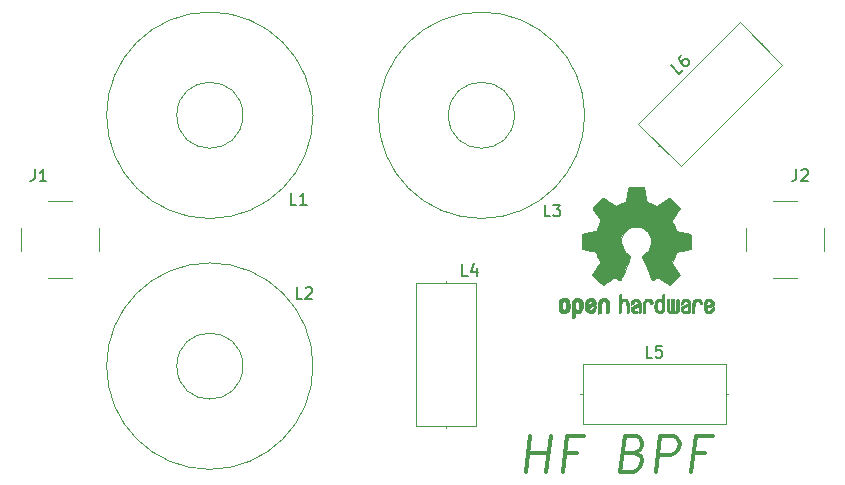
<source format=gto>
G04 #@! TF.FileFunction,Legend,Top*
%FSLAX46Y46*%
G04 Gerber Fmt 4.6, Leading zero omitted, Abs format (unit mm)*
G04 Created by KiCad (PCBNEW 4.0.7-e2-6376~61~ubuntu18.04.1) date Thu Feb 13 11:23:38 2020*
%MOMM*%
%LPD*%
G01*
G04 APERTURE LIST*
%ADD10C,0.100000*%
%ADD11C,0.300000*%
%ADD12C,0.120000*%
%ADD13C,0.010000*%
%ADD14C,0.150000*%
G04 APERTURE END LIST*
D10*
D11*
X103758929Y-130557143D02*
X104133929Y-127557143D01*
X103955358Y-128985714D02*
X105669643Y-128985714D01*
X105473214Y-130557143D02*
X105848214Y-127557143D01*
X108098215Y-128985714D02*
X107098215Y-128985714D01*
X106901786Y-130557143D02*
X107276786Y-127557143D01*
X108705357Y-127557143D01*
X112955358Y-128985714D02*
X113366072Y-129128571D01*
X113491071Y-129271429D01*
X113598214Y-129557143D01*
X113544643Y-129985714D01*
X113366071Y-130271429D01*
X113205357Y-130414286D01*
X112901786Y-130557143D01*
X111758929Y-130557143D01*
X112133929Y-127557143D01*
X113133929Y-127557143D01*
X113401786Y-127700000D01*
X113526786Y-127842857D01*
X113633929Y-128128571D01*
X113598214Y-128414286D01*
X113419643Y-128700000D01*
X113258929Y-128842857D01*
X112955358Y-128985714D01*
X111955358Y-128985714D01*
X114758929Y-130557143D02*
X115133929Y-127557143D01*
X116276786Y-127557143D01*
X116544643Y-127700000D01*
X116669643Y-127842857D01*
X116776786Y-128128571D01*
X116723214Y-128557143D01*
X116544643Y-128842857D01*
X116383929Y-128985714D01*
X116080358Y-129128571D01*
X114937501Y-129128571D01*
X118955358Y-128985714D02*
X117955358Y-128985714D01*
X117758929Y-130557143D02*
X118133929Y-127557143D01*
X119562500Y-127557143D01*
D12*
X99560000Y-114560000D02*
X94440000Y-114560000D01*
X94440000Y-114560000D02*
X94440000Y-126680000D01*
X94440000Y-126680000D02*
X99560000Y-126680000D01*
X99560000Y-126680000D02*
X99560000Y-114560000D01*
X97000000Y-114380000D02*
X97000000Y-114560000D01*
X97000000Y-126860000D02*
X97000000Y-126680000D01*
X85740000Y-100380000D02*
G75*
G03X85740000Y-100380000I-8740000J0D01*
G01*
X79793333Y-100380000D02*
G75*
G03X79793333Y-100380000I-2793333J0D01*
G01*
X63300000Y-107600000D02*
X65300000Y-107600000D01*
X63300000Y-114200000D02*
X65300000Y-114200000D01*
X67600000Y-109900000D02*
X67600000Y-111900000D01*
X61000000Y-109900000D02*
X61000000Y-111900000D01*
X124700000Y-107600000D02*
X126700000Y-107600000D01*
X124700000Y-114200000D02*
X126700000Y-114200000D01*
X129000000Y-109900000D02*
X129000000Y-111900000D01*
X122400000Y-109900000D02*
X122400000Y-111900000D01*
X85740000Y-121620000D02*
G75*
G03X85740000Y-121620000I-8740000J0D01*
G01*
X79793333Y-121620000D02*
G75*
G03X79793333Y-121620000I-2793333J0D01*
G01*
X108740000Y-100380000D02*
G75*
G03X108740000Y-100380000I-8740000J0D01*
G01*
X102793333Y-100380000D02*
G75*
G03X102793333Y-100380000I-2793333J0D01*
G01*
X108560000Y-121440000D02*
X108560000Y-126560000D01*
X108560000Y-126560000D02*
X120680000Y-126560000D01*
X120680000Y-126560000D02*
X120680000Y-121440000D01*
X120680000Y-121440000D02*
X108560000Y-121440000D01*
X108380000Y-124000000D02*
X108560000Y-124000000D01*
X120860000Y-124000000D02*
X120680000Y-124000000D01*
X113292893Y-101086720D02*
X116913280Y-104707107D01*
X116913280Y-104707107D02*
X125483414Y-96136973D01*
X125483414Y-96136973D02*
X121863027Y-92516586D01*
X121863027Y-92516586D02*
X113292893Y-101086720D01*
X114975807Y-103024193D02*
X115103087Y-102896913D01*
X123800500Y-94199500D02*
X123673221Y-94326779D01*
D13*
G36*
X108271900Y-115861903D02*
X108383450Y-115917522D01*
X108481908Y-116019931D01*
X108509023Y-116057864D01*
X108538562Y-116107500D01*
X108557728Y-116161412D01*
X108568693Y-116233364D01*
X108573629Y-116337122D01*
X108574713Y-116474101D01*
X108569818Y-116661815D01*
X108552804Y-116802758D01*
X108520177Y-116907908D01*
X108468442Y-116988243D01*
X108394104Y-117054741D01*
X108388642Y-117058678D01*
X108315380Y-117098953D01*
X108227160Y-117118880D01*
X108114962Y-117123793D01*
X107932567Y-117123793D01*
X107932491Y-117300857D01*
X107930793Y-117399470D01*
X107920450Y-117457314D01*
X107893422Y-117492006D01*
X107841668Y-117521164D01*
X107829239Y-117527121D01*
X107771077Y-117555039D01*
X107726044Y-117572672D01*
X107692559Y-117574194D01*
X107669038Y-117553781D01*
X107653900Y-117505607D01*
X107645563Y-117423846D01*
X107642444Y-117302672D01*
X107642960Y-117136260D01*
X107645529Y-116918785D01*
X107646332Y-116853736D01*
X107649222Y-116629502D01*
X107651812Y-116482821D01*
X107932414Y-116482821D01*
X107933991Y-116607326D01*
X107941000Y-116688787D01*
X107956858Y-116742515D01*
X107984981Y-116783823D01*
X108004075Y-116803971D01*
X108082135Y-116862921D01*
X108151247Y-116867720D01*
X108222560Y-116819038D01*
X108224368Y-116817241D01*
X108253383Y-116779618D01*
X108271033Y-116728484D01*
X108279936Y-116649738D01*
X108282709Y-116529276D01*
X108282759Y-116502588D01*
X108276058Y-116336583D01*
X108254248Y-116221505D01*
X108214765Y-116151254D01*
X108155044Y-116119729D01*
X108120528Y-116116552D01*
X108038611Y-116131460D01*
X107982421Y-116180548D01*
X107948598Y-116270362D01*
X107933780Y-116407445D01*
X107932414Y-116482821D01*
X107651812Y-116482821D01*
X107652287Y-116455952D01*
X107656247Y-116325382D01*
X107661826Y-116230087D01*
X107669746Y-116162364D01*
X107680731Y-116114507D01*
X107695501Y-116078813D01*
X107714782Y-116047578D01*
X107723049Y-116035824D01*
X107832712Y-115924797D01*
X107971365Y-115861847D01*
X108131754Y-115844297D01*
X108271900Y-115861903D01*
X108271900Y-115861903D01*
G37*
X108271900Y-115861903D02*
X108383450Y-115917522D01*
X108481908Y-116019931D01*
X108509023Y-116057864D01*
X108538562Y-116107500D01*
X108557728Y-116161412D01*
X108568693Y-116233364D01*
X108573629Y-116337122D01*
X108574713Y-116474101D01*
X108569818Y-116661815D01*
X108552804Y-116802758D01*
X108520177Y-116907908D01*
X108468442Y-116988243D01*
X108394104Y-117054741D01*
X108388642Y-117058678D01*
X108315380Y-117098953D01*
X108227160Y-117118880D01*
X108114962Y-117123793D01*
X107932567Y-117123793D01*
X107932491Y-117300857D01*
X107930793Y-117399470D01*
X107920450Y-117457314D01*
X107893422Y-117492006D01*
X107841668Y-117521164D01*
X107829239Y-117527121D01*
X107771077Y-117555039D01*
X107726044Y-117572672D01*
X107692559Y-117574194D01*
X107669038Y-117553781D01*
X107653900Y-117505607D01*
X107645563Y-117423846D01*
X107642444Y-117302672D01*
X107642960Y-117136260D01*
X107645529Y-116918785D01*
X107646332Y-116853736D01*
X107649222Y-116629502D01*
X107651812Y-116482821D01*
X107932414Y-116482821D01*
X107933991Y-116607326D01*
X107941000Y-116688787D01*
X107956858Y-116742515D01*
X107984981Y-116783823D01*
X108004075Y-116803971D01*
X108082135Y-116862921D01*
X108151247Y-116867720D01*
X108222560Y-116819038D01*
X108224368Y-116817241D01*
X108253383Y-116779618D01*
X108271033Y-116728484D01*
X108279936Y-116649738D01*
X108282709Y-116529276D01*
X108282759Y-116502588D01*
X108276058Y-116336583D01*
X108254248Y-116221505D01*
X108214765Y-116151254D01*
X108155044Y-116119729D01*
X108120528Y-116116552D01*
X108038611Y-116131460D01*
X107982421Y-116180548D01*
X107948598Y-116270362D01*
X107933780Y-116407445D01*
X107932414Y-116482821D01*
X107651812Y-116482821D01*
X107652287Y-116455952D01*
X107656247Y-116325382D01*
X107661826Y-116230087D01*
X107669746Y-116162364D01*
X107680731Y-116114507D01*
X107695501Y-116078813D01*
X107714782Y-116047578D01*
X107723049Y-116035824D01*
X107832712Y-115924797D01*
X107971365Y-115861847D01*
X108131754Y-115844297D01*
X108271900Y-115861903D01*
G36*
X110517429Y-115877719D02*
X110611123Y-115931914D01*
X110676264Y-115985707D01*
X110723907Y-116042066D01*
X110756728Y-116110987D01*
X110777406Y-116202468D01*
X110788620Y-116326506D01*
X110793049Y-116493098D01*
X110793563Y-116612851D01*
X110793563Y-117053659D01*
X110669483Y-117109283D01*
X110545402Y-117164907D01*
X110530805Y-116682095D01*
X110524773Y-116501779D01*
X110518445Y-116370901D01*
X110510606Y-116280511D01*
X110500037Y-116221664D01*
X110485523Y-116185413D01*
X110465848Y-116162810D01*
X110459535Y-116157917D01*
X110363888Y-116119706D01*
X110267207Y-116134827D01*
X110209655Y-116174943D01*
X110186245Y-116203370D01*
X110170039Y-116240672D01*
X110159741Y-116297223D01*
X110154049Y-116383394D01*
X110151664Y-116509558D01*
X110151264Y-116641042D01*
X110151186Y-116805999D01*
X110148361Y-116922761D01*
X110138907Y-117001510D01*
X110118940Y-117052431D01*
X110084576Y-117085706D01*
X110031932Y-117111520D01*
X109961617Y-117138344D01*
X109884820Y-117167542D01*
X109893962Y-116649346D01*
X109897643Y-116462539D01*
X109901950Y-116324490D01*
X109908123Y-116225568D01*
X109917402Y-116156145D01*
X109931027Y-116106590D01*
X109950239Y-116067273D01*
X109973402Y-116032584D01*
X110085152Y-115921770D01*
X110221513Y-115857689D01*
X110369825Y-115842339D01*
X110517429Y-115877719D01*
X110517429Y-115877719D01*
G37*
X110517429Y-115877719D02*
X110611123Y-115931914D01*
X110676264Y-115985707D01*
X110723907Y-116042066D01*
X110756728Y-116110987D01*
X110777406Y-116202468D01*
X110788620Y-116326506D01*
X110793049Y-116493098D01*
X110793563Y-116612851D01*
X110793563Y-117053659D01*
X110669483Y-117109283D01*
X110545402Y-117164907D01*
X110530805Y-116682095D01*
X110524773Y-116501779D01*
X110518445Y-116370901D01*
X110510606Y-116280511D01*
X110500037Y-116221664D01*
X110485523Y-116185413D01*
X110465848Y-116162810D01*
X110459535Y-116157917D01*
X110363888Y-116119706D01*
X110267207Y-116134827D01*
X110209655Y-116174943D01*
X110186245Y-116203370D01*
X110170039Y-116240672D01*
X110159741Y-116297223D01*
X110154049Y-116383394D01*
X110151664Y-116509558D01*
X110151264Y-116641042D01*
X110151186Y-116805999D01*
X110148361Y-116922761D01*
X110138907Y-117001510D01*
X110118940Y-117052431D01*
X110084576Y-117085706D01*
X110031932Y-117111520D01*
X109961617Y-117138344D01*
X109884820Y-117167542D01*
X109893962Y-116649346D01*
X109897643Y-116462539D01*
X109901950Y-116324490D01*
X109908123Y-116225568D01*
X109917402Y-116156145D01*
X109931027Y-116106590D01*
X109950239Y-116067273D01*
X109973402Y-116032584D01*
X110085152Y-115921770D01*
X110221513Y-115857689D01*
X110369825Y-115842339D01*
X110517429Y-115877719D01*
G36*
X107148221Y-115866015D02*
X107285061Y-115937968D01*
X107386051Y-116053766D01*
X107421925Y-116128213D01*
X107449839Y-116239992D01*
X107464129Y-116381227D01*
X107465484Y-116535371D01*
X107454595Y-116685879D01*
X107432153Y-116816205D01*
X107398850Y-116909803D01*
X107388615Y-116925922D01*
X107267382Y-117046249D01*
X107123387Y-117118317D01*
X106967139Y-117139408D01*
X106809148Y-117106802D01*
X106765180Y-117087253D01*
X106679556Y-117027012D01*
X106604408Y-116947135D01*
X106597306Y-116937004D01*
X106568439Y-116888181D01*
X106549357Y-116835990D01*
X106538084Y-116767285D01*
X106532645Y-116668918D01*
X106531062Y-116527744D01*
X106531035Y-116496092D01*
X106531107Y-116486019D01*
X106822989Y-116486019D01*
X106824687Y-116619256D01*
X106831372Y-116707674D01*
X106845425Y-116764785D01*
X106869229Y-116804102D01*
X106881379Y-116817241D01*
X106951236Y-116867172D01*
X107019059Y-116864895D01*
X107087635Y-116821584D01*
X107128535Y-116775346D01*
X107152758Y-116707857D01*
X107166361Y-116601433D01*
X107167294Y-116589020D01*
X107169616Y-116396147D01*
X107145350Y-116252900D01*
X107094824Y-116160160D01*
X107018368Y-116118807D01*
X106991076Y-116116552D01*
X106919411Y-116127893D01*
X106870390Y-116167184D01*
X106840418Y-116242326D01*
X106825899Y-116361222D01*
X106822989Y-116486019D01*
X106531107Y-116486019D01*
X106532122Y-116345659D01*
X106536688Y-116240549D01*
X106546688Y-116167714D01*
X106564079Y-116114108D01*
X106590816Y-116066681D01*
X106596724Y-116057864D01*
X106696032Y-115939007D01*
X106804242Y-115870008D01*
X106935981Y-115842619D01*
X106980717Y-115841281D01*
X107148221Y-115866015D01*
X107148221Y-115866015D01*
G37*
X107148221Y-115866015D02*
X107285061Y-115937968D01*
X107386051Y-116053766D01*
X107421925Y-116128213D01*
X107449839Y-116239992D01*
X107464129Y-116381227D01*
X107465484Y-116535371D01*
X107454595Y-116685879D01*
X107432153Y-116816205D01*
X107398850Y-116909803D01*
X107388615Y-116925922D01*
X107267382Y-117046249D01*
X107123387Y-117118317D01*
X106967139Y-117139408D01*
X106809148Y-117106802D01*
X106765180Y-117087253D01*
X106679556Y-117027012D01*
X106604408Y-116947135D01*
X106597306Y-116937004D01*
X106568439Y-116888181D01*
X106549357Y-116835990D01*
X106538084Y-116767285D01*
X106532645Y-116668918D01*
X106531062Y-116527744D01*
X106531035Y-116496092D01*
X106531107Y-116486019D01*
X106822989Y-116486019D01*
X106824687Y-116619256D01*
X106831372Y-116707674D01*
X106845425Y-116764785D01*
X106869229Y-116804102D01*
X106881379Y-116817241D01*
X106951236Y-116867172D01*
X107019059Y-116864895D01*
X107087635Y-116821584D01*
X107128535Y-116775346D01*
X107152758Y-116707857D01*
X107166361Y-116601433D01*
X107167294Y-116589020D01*
X107169616Y-116396147D01*
X107145350Y-116252900D01*
X107094824Y-116160160D01*
X107018368Y-116118807D01*
X106991076Y-116116552D01*
X106919411Y-116127893D01*
X106870390Y-116167184D01*
X106840418Y-116242326D01*
X106825899Y-116361222D01*
X106822989Y-116486019D01*
X106531107Y-116486019D01*
X106532122Y-116345659D01*
X106536688Y-116240549D01*
X106546688Y-116167714D01*
X106564079Y-116114108D01*
X106590816Y-116066681D01*
X106596724Y-116057864D01*
X106696032Y-115939007D01*
X106804242Y-115870008D01*
X106935981Y-115842619D01*
X106980717Y-115841281D01*
X107148221Y-115866015D01*
G36*
X109415552Y-115884676D02*
X109530658Y-115962111D01*
X109619611Y-116073949D01*
X109672749Y-116216265D01*
X109683497Y-116321015D01*
X109682276Y-116364726D01*
X109672056Y-116398194D01*
X109643961Y-116428179D01*
X109589116Y-116461440D01*
X109498645Y-116504738D01*
X109363672Y-116564833D01*
X109362989Y-116565134D01*
X109238751Y-116622037D01*
X109136873Y-116672565D01*
X109067767Y-116711280D01*
X109041846Y-116732740D01*
X109041839Y-116732913D01*
X109064685Y-116779644D01*
X109118109Y-116831154D01*
X109179442Y-116868261D01*
X109210515Y-116875632D01*
X109295289Y-116850138D01*
X109368293Y-116786291D01*
X109403913Y-116716094D01*
X109438180Y-116664343D01*
X109505303Y-116605409D01*
X109584208Y-116554496D01*
X109653821Y-116526809D01*
X109668377Y-116525287D01*
X109684763Y-116550321D01*
X109685750Y-116614311D01*
X109673708Y-116700593D01*
X109651007Y-116792501D01*
X109620014Y-116873369D01*
X109618448Y-116876509D01*
X109525181Y-117006734D01*
X109404304Y-117095311D01*
X109267027Y-117138786D01*
X109124560Y-117133706D01*
X108988112Y-117076616D01*
X108982045Y-117072602D01*
X108874710Y-116975326D01*
X108804132Y-116848409D01*
X108765074Y-116681526D01*
X108759832Y-116634639D01*
X108750548Y-116413329D01*
X108761678Y-116310124D01*
X109041839Y-116310124D01*
X109045479Y-116374503D01*
X109065389Y-116393291D01*
X109115026Y-116379235D01*
X109193267Y-116346009D01*
X109280726Y-116304359D01*
X109282899Y-116303256D01*
X109357030Y-116264265D01*
X109386781Y-116238244D01*
X109379445Y-116210965D01*
X109348553Y-116175121D01*
X109269960Y-116123251D01*
X109185323Y-116119439D01*
X109109403Y-116157189D01*
X109056965Y-116230001D01*
X109041839Y-116310124D01*
X108761678Y-116310124D01*
X108769644Y-116236261D01*
X108818634Y-116095829D01*
X108886836Y-115997447D01*
X109009935Y-115898030D01*
X109145528Y-115848711D01*
X109283955Y-115845568D01*
X109415552Y-115884676D01*
X109415552Y-115884676D01*
G37*
X109415552Y-115884676D02*
X109530658Y-115962111D01*
X109619611Y-116073949D01*
X109672749Y-116216265D01*
X109683497Y-116321015D01*
X109682276Y-116364726D01*
X109672056Y-116398194D01*
X109643961Y-116428179D01*
X109589116Y-116461440D01*
X109498645Y-116504738D01*
X109363672Y-116564833D01*
X109362989Y-116565134D01*
X109238751Y-116622037D01*
X109136873Y-116672565D01*
X109067767Y-116711280D01*
X109041846Y-116732740D01*
X109041839Y-116732913D01*
X109064685Y-116779644D01*
X109118109Y-116831154D01*
X109179442Y-116868261D01*
X109210515Y-116875632D01*
X109295289Y-116850138D01*
X109368293Y-116786291D01*
X109403913Y-116716094D01*
X109438180Y-116664343D01*
X109505303Y-116605409D01*
X109584208Y-116554496D01*
X109653821Y-116526809D01*
X109668377Y-116525287D01*
X109684763Y-116550321D01*
X109685750Y-116614311D01*
X109673708Y-116700593D01*
X109651007Y-116792501D01*
X109620014Y-116873369D01*
X109618448Y-116876509D01*
X109525181Y-117006734D01*
X109404304Y-117095311D01*
X109267027Y-117138786D01*
X109124560Y-117133706D01*
X108988112Y-117076616D01*
X108982045Y-117072602D01*
X108874710Y-116975326D01*
X108804132Y-116848409D01*
X108765074Y-116681526D01*
X108759832Y-116634639D01*
X108750548Y-116413329D01*
X108761678Y-116310124D01*
X109041839Y-116310124D01*
X109045479Y-116374503D01*
X109065389Y-116393291D01*
X109115026Y-116379235D01*
X109193267Y-116346009D01*
X109280726Y-116304359D01*
X109282899Y-116303256D01*
X109357030Y-116264265D01*
X109386781Y-116238244D01*
X109379445Y-116210965D01*
X109348553Y-116175121D01*
X109269960Y-116123251D01*
X109185323Y-116119439D01*
X109109403Y-116157189D01*
X109056965Y-116230001D01*
X109041839Y-116310124D01*
X108761678Y-116310124D01*
X108769644Y-116236261D01*
X108818634Y-116095829D01*
X108886836Y-115997447D01*
X109009935Y-115898030D01*
X109145528Y-115848711D01*
X109283955Y-115845568D01*
X109415552Y-115884676D01*
G36*
X111844598Y-115723857D02*
X111853154Y-115843188D01*
X111862981Y-115913506D01*
X111876599Y-115944179D01*
X111896527Y-115944571D01*
X111902989Y-115940910D01*
X111988940Y-115914398D01*
X112100745Y-115915946D01*
X112214414Y-115943199D01*
X112285510Y-115978455D01*
X112358405Y-116034778D01*
X112411693Y-116098519D01*
X112448275Y-116179510D01*
X112471050Y-116287586D01*
X112482919Y-116432580D01*
X112486782Y-116624326D01*
X112486851Y-116661109D01*
X112486897Y-117074288D01*
X112394954Y-117106339D01*
X112329652Y-117128144D01*
X112293824Y-117138297D01*
X112292770Y-117138391D01*
X112289242Y-117110860D01*
X112286239Y-117034923D01*
X112283990Y-116920565D01*
X112282724Y-116777769D01*
X112282529Y-116690951D01*
X112282123Y-116519773D01*
X112280032Y-116397088D01*
X112274947Y-116313000D01*
X112265560Y-116257614D01*
X112250561Y-116221032D01*
X112228642Y-116193359D01*
X112214957Y-116180032D01*
X112120949Y-116126328D01*
X112018364Y-116122307D01*
X111925290Y-116167725D01*
X111908078Y-116184123D01*
X111882832Y-116214957D01*
X111865320Y-116251531D01*
X111854142Y-116304415D01*
X111847896Y-116384177D01*
X111845182Y-116501385D01*
X111844598Y-116662991D01*
X111844598Y-117074288D01*
X111752655Y-117106339D01*
X111687353Y-117128144D01*
X111651525Y-117138297D01*
X111650471Y-117138391D01*
X111647775Y-117110448D01*
X111645345Y-117031630D01*
X111643278Y-116909453D01*
X111641671Y-116751432D01*
X111640623Y-116565083D01*
X111640231Y-116357920D01*
X111640230Y-116348706D01*
X111640230Y-115559020D01*
X111735115Y-115518997D01*
X111830000Y-115478973D01*
X111844598Y-115723857D01*
X111844598Y-115723857D01*
G37*
X111844598Y-115723857D02*
X111853154Y-115843188D01*
X111862981Y-115913506D01*
X111876599Y-115944179D01*
X111896527Y-115944571D01*
X111902989Y-115940910D01*
X111988940Y-115914398D01*
X112100745Y-115915946D01*
X112214414Y-115943199D01*
X112285510Y-115978455D01*
X112358405Y-116034778D01*
X112411693Y-116098519D01*
X112448275Y-116179510D01*
X112471050Y-116287586D01*
X112482919Y-116432580D01*
X112486782Y-116624326D01*
X112486851Y-116661109D01*
X112486897Y-117074288D01*
X112394954Y-117106339D01*
X112329652Y-117128144D01*
X112293824Y-117138297D01*
X112292770Y-117138391D01*
X112289242Y-117110860D01*
X112286239Y-117034923D01*
X112283990Y-116920565D01*
X112282724Y-116777769D01*
X112282529Y-116690951D01*
X112282123Y-116519773D01*
X112280032Y-116397088D01*
X112274947Y-116313000D01*
X112265560Y-116257614D01*
X112250561Y-116221032D01*
X112228642Y-116193359D01*
X112214957Y-116180032D01*
X112120949Y-116126328D01*
X112018364Y-116122307D01*
X111925290Y-116167725D01*
X111908078Y-116184123D01*
X111882832Y-116214957D01*
X111865320Y-116251531D01*
X111854142Y-116304415D01*
X111847896Y-116384177D01*
X111845182Y-116501385D01*
X111844598Y-116662991D01*
X111844598Y-117074288D01*
X111752655Y-117106339D01*
X111687353Y-117128144D01*
X111651525Y-117138297D01*
X111650471Y-117138391D01*
X111647775Y-117110448D01*
X111645345Y-117031630D01*
X111643278Y-116909453D01*
X111641671Y-116751432D01*
X111640623Y-116565083D01*
X111640231Y-116357920D01*
X111640230Y-116348706D01*
X111640230Y-115559020D01*
X111735115Y-115518997D01*
X111830000Y-115478973D01*
X111844598Y-115723857D01*
G36*
X113179944Y-115924360D02*
X113294343Y-115966842D01*
X113295652Y-115967658D01*
X113366403Y-116019730D01*
X113418636Y-116080584D01*
X113455371Y-116159887D01*
X113479634Y-116267309D01*
X113494445Y-116412517D01*
X113502829Y-116605179D01*
X113503564Y-116632628D01*
X113514120Y-117046521D01*
X113425291Y-117092456D01*
X113361018Y-117123498D01*
X113322210Y-117138206D01*
X113320415Y-117138391D01*
X113313700Y-117111250D01*
X113308365Y-117038041D01*
X113305083Y-116931081D01*
X113304368Y-116844469D01*
X113304351Y-116704162D01*
X113297937Y-116616051D01*
X113275580Y-116574025D01*
X113227732Y-116571975D01*
X113144849Y-116603790D01*
X113019713Y-116662272D01*
X112927697Y-116710845D01*
X112880371Y-116752986D01*
X112866458Y-116798916D01*
X112866437Y-116801189D01*
X112889395Y-116880311D01*
X112957370Y-116923055D01*
X113061398Y-116929246D01*
X113136330Y-116928172D01*
X113175839Y-116949753D01*
X113200478Y-117001591D01*
X113214659Y-117067632D01*
X113194223Y-117105104D01*
X113186528Y-117110467D01*
X113114083Y-117132006D01*
X113012633Y-117135055D01*
X112908157Y-117120778D01*
X112834125Y-117094688D01*
X112731772Y-117007785D01*
X112673591Y-116886816D01*
X112662069Y-116792308D01*
X112670862Y-116707062D01*
X112702680Y-116637476D01*
X112765684Y-116575672D01*
X112868031Y-116513772D01*
X113017882Y-116443897D01*
X113027012Y-116439948D01*
X113161997Y-116377588D01*
X113245294Y-116326446D01*
X113280997Y-116280488D01*
X113273203Y-116233683D01*
X113226007Y-116179998D01*
X113211894Y-116167644D01*
X113117359Y-116119741D01*
X113019406Y-116121758D01*
X112934097Y-116168724D01*
X112877496Y-116255669D01*
X112872237Y-116272734D01*
X112821023Y-116355504D01*
X112756037Y-116395372D01*
X112662069Y-116434882D01*
X112662069Y-116332658D01*
X112690653Y-116184072D01*
X112775495Y-116047784D01*
X112819645Y-116002191D01*
X112920005Y-115943674D01*
X113047635Y-115917184D01*
X113179944Y-115924360D01*
X113179944Y-115924360D01*
G37*
X113179944Y-115924360D02*
X113294343Y-115966842D01*
X113295652Y-115967658D01*
X113366403Y-116019730D01*
X113418636Y-116080584D01*
X113455371Y-116159887D01*
X113479634Y-116267309D01*
X113494445Y-116412517D01*
X113502829Y-116605179D01*
X113503564Y-116632628D01*
X113514120Y-117046521D01*
X113425291Y-117092456D01*
X113361018Y-117123498D01*
X113322210Y-117138206D01*
X113320415Y-117138391D01*
X113313700Y-117111250D01*
X113308365Y-117038041D01*
X113305083Y-116931081D01*
X113304368Y-116844469D01*
X113304351Y-116704162D01*
X113297937Y-116616051D01*
X113275580Y-116574025D01*
X113227732Y-116571975D01*
X113144849Y-116603790D01*
X113019713Y-116662272D01*
X112927697Y-116710845D01*
X112880371Y-116752986D01*
X112866458Y-116798916D01*
X112866437Y-116801189D01*
X112889395Y-116880311D01*
X112957370Y-116923055D01*
X113061398Y-116929246D01*
X113136330Y-116928172D01*
X113175839Y-116949753D01*
X113200478Y-117001591D01*
X113214659Y-117067632D01*
X113194223Y-117105104D01*
X113186528Y-117110467D01*
X113114083Y-117132006D01*
X113012633Y-117135055D01*
X112908157Y-117120778D01*
X112834125Y-117094688D01*
X112731772Y-117007785D01*
X112673591Y-116886816D01*
X112662069Y-116792308D01*
X112670862Y-116707062D01*
X112702680Y-116637476D01*
X112765684Y-116575672D01*
X112868031Y-116513772D01*
X113017882Y-116443897D01*
X113027012Y-116439948D01*
X113161997Y-116377588D01*
X113245294Y-116326446D01*
X113280997Y-116280488D01*
X113273203Y-116233683D01*
X113226007Y-116179998D01*
X113211894Y-116167644D01*
X113117359Y-116119741D01*
X113019406Y-116121758D01*
X112934097Y-116168724D01*
X112877496Y-116255669D01*
X112872237Y-116272734D01*
X112821023Y-116355504D01*
X112756037Y-116395372D01*
X112662069Y-116434882D01*
X112662069Y-116332658D01*
X112690653Y-116184072D01*
X112775495Y-116047784D01*
X112819645Y-116002191D01*
X112920005Y-115943674D01*
X113047635Y-115917184D01*
X113179944Y-115924360D01*
G36*
X114165943Y-115921920D02*
X114298565Y-115970859D01*
X114406010Y-116057419D01*
X114448032Y-116118352D01*
X114493843Y-116230161D01*
X114492891Y-116311006D01*
X114444808Y-116365378D01*
X114427017Y-116374624D01*
X114350204Y-116403450D01*
X114310976Y-116396065D01*
X114297689Y-116347658D01*
X114297012Y-116320920D01*
X114272686Y-116222548D01*
X114209281Y-116153734D01*
X114121154Y-116120498D01*
X114022663Y-116128861D01*
X113942602Y-116172296D01*
X113915561Y-116197072D01*
X113896394Y-116227129D01*
X113883446Y-116272565D01*
X113875064Y-116343476D01*
X113869593Y-116449960D01*
X113865378Y-116602112D01*
X113864287Y-116650287D01*
X113860307Y-116815095D01*
X113855781Y-116931088D01*
X113848995Y-117007833D01*
X113838231Y-117054893D01*
X113821773Y-117081835D01*
X113797906Y-117098223D01*
X113782626Y-117105463D01*
X113717733Y-117130220D01*
X113679534Y-117138391D01*
X113666912Y-117111103D01*
X113659208Y-117028603D01*
X113656380Y-116889941D01*
X113658386Y-116694162D01*
X113659011Y-116663965D01*
X113663421Y-116485349D01*
X113668635Y-116354923D01*
X113676055Y-116262492D01*
X113687082Y-116197858D01*
X113703117Y-116150825D01*
X113725561Y-116111196D01*
X113737302Y-116094215D01*
X113804619Y-116019080D01*
X113879910Y-115960638D01*
X113889128Y-115955536D01*
X114024133Y-115915260D01*
X114165943Y-115921920D01*
X114165943Y-115921920D01*
G37*
X114165943Y-115921920D02*
X114298565Y-115970859D01*
X114406010Y-116057419D01*
X114448032Y-116118352D01*
X114493843Y-116230161D01*
X114492891Y-116311006D01*
X114444808Y-116365378D01*
X114427017Y-116374624D01*
X114350204Y-116403450D01*
X114310976Y-116396065D01*
X114297689Y-116347658D01*
X114297012Y-116320920D01*
X114272686Y-116222548D01*
X114209281Y-116153734D01*
X114121154Y-116120498D01*
X114022663Y-116128861D01*
X113942602Y-116172296D01*
X113915561Y-116197072D01*
X113896394Y-116227129D01*
X113883446Y-116272565D01*
X113875064Y-116343476D01*
X113869593Y-116449960D01*
X113865378Y-116602112D01*
X113864287Y-116650287D01*
X113860307Y-116815095D01*
X113855781Y-116931088D01*
X113848995Y-117007833D01*
X113838231Y-117054893D01*
X113821773Y-117081835D01*
X113797906Y-117098223D01*
X113782626Y-117105463D01*
X113717733Y-117130220D01*
X113679534Y-117138391D01*
X113666912Y-117111103D01*
X113659208Y-117028603D01*
X113656380Y-116889941D01*
X113658386Y-116694162D01*
X113659011Y-116663965D01*
X113663421Y-116485349D01*
X113668635Y-116354923D01*
X113676055Y-116262492D01*
X113687082Y-116197858D01*
X113703117Y-116150825D01*
X113725561Y-116111196D01*
X113737302Y-116094215D01*
X113804619Y-116019080D01*
X113879910Y-115960638D01*
X113889128Y-115955536D01*
X114024133Y-115915260D01*
X114165943Y-115921920D01*
G36*
X115493914Y-116154455D02*
X115493543Y-116372661D01*
X115492108Y-116540519D01*
X115489002Y-116666070D01*
X115483622Y-116757355D01*
X115475362Y-116822415D01*
X115463616Y-116869291D01*
X115447781Y-116906024D01*
X115435790Y-116926991D01*
X115336490Y-117040694D01*
X115210588Y-117111965D01*
X115071291Y-117137538D01*
X114931805Y-117114150D01*
X114848743Y-117072119D01*
X114761545Y-116999411D01*
X114702117Y-116910612D01*
X114666261Y-116794320D01*
X114649781Y-116639135D01*
X114647447Y-116525287D01*
X114647761Y-116517106D01*
X114851724Y-116517106D01*
X114852970Y-116647657D01*
X114858678Y-116734080D01*
X114871804Y-116790618D01*
X114895306Y-116831514D01*
X114923386Y-116862362D01*
X115017688Y-116921905D01*
X115118940Y-116926992D01*
X115214636Y-116877279D01*
X115222084Y-116870543D01*
X115253874Y-116835502D01*
X115273808Y-116793811D01*
X115284600Y-116731762D01*
X115288965Y-116635644D01*
X115289655Y-116529379D01*
X115288159Y-116395880D01*
X115281964Y-116306822D01*
X115268514Y-116248293D01*
X115245251Y-116206382D01*
X115226175Y-116184123D01*
X115137563Y-116127985D01*
X115035508Y-116121235D01*
X114938095Y-116164114D01*
X114919296Y-116180032D01*
X114887293Y-116215382D01*
X114867318Y-116257502D01*
X114856593Y-116320251D01*
X114852339Y-116417487D01*
X114851724Y-116517106D01*
X114647761Y-116517106D01*
X114654504Y-116341947D01*
X114678472Y-116204195D01*
X114723548Y-116100632D01*
X114793928Y-116019856D01*
X114848743Y-115978455D01*
X114948376Y-115933728D01*
X115063855Y-115912967D01*
X115171199Y-115918525D01*
X115231264Y-115940943D01*
X115254835Y-115947323D01*
X115270477Y-115923535D01*
X115281395Y-115859788D01*
X115289655Y-115762687D01*
X115298699Y-115654541D01*
X115311261Y-115589475D01*
X115334119Y-115552268D01*
X115374051Y-115527699D01*
X115399138Y-115516819D01*
X115494023Y-115477072D01*
X115493914Y-116154455D01*
X115493914Y-116154455D01*
G37*
X115493914Y-116154455D02*
X115493543Y-116372661D01*
X115492108Y-116540519D01*
X115489002Y-116666070D01*
X115483622Y-116757355D01*
X115475362Y-116822415D01*
X115463616Y-116869291D01*
X115447781Y-116906024D01*
X115435790Y-116926991D01*
X115336490Y-117040694D01*
X115210588Y-117111965D01*
X115071291Y-117137538D01*
X114931805Y-117114150D01*
X114848743Y-117072119D01*
X114761545Y-116999411D01*
X114702117Y-116910612D01*
X114666261Y-116794320D01*
X114649781Y-116639135D01*
X114647447Y-116525287D01*
X114647761Y-116517106D01*
X114851724Y-116517106D01*
X114852970Y-116647657D01*
X114858678Y-116734080D01*
X114871804Y-116790618D01*
X114895306Y-116831514D01*
X114923386Y-116862362D01*
X115017688Y-116921905D01*
X115118940Y-116926992D01*
X115214636Y-116877279D01*
X115222084Y-116870543D01*
X115253874Y-116835502D01*
X115273808Y-116793811D01*
X115284600Y-116731762D01*
X115288965Y-116635644D01*
X115289655Y-116529379D01*
X115288159Y-116395880D01*
X115281964Y-116306822D01*
X115268514Y-116248293D01*
X115245251Y-116206382D01*
X115226175Y-116184123D01*
X115137563Y-116127985D01*
X115035508Y-116121235D01*
X114938095Y-116164114D01*
X114919296Y-116180032D01*
X114887293Y-116215382D01*
X114867318Y-116257502D01*
X114856593Y-116320251D01*
X114852339Y-116417487D01*
X114851724Y-116517106D01*
X114647761Y-116517106D01*
X114654504Y-116341947D01*
X114678472Y-116204195D01*
X114723548Y-116100632D01*
X114793928Y-116019856D01*
X114848743Y-115978455D01*
X114948376Y-115933728D01*
X115063855Y-115912967D01*
X115171199Y-115918525D01*
X115231264Y-115940943D01*
X115254835Y-115947323D01*
X115270477Y-115923535D01*
X115281395Y-115859788D01*
X115289655Y-115762687D01*
X115298699Y-115654541D01*
X115311261Y-115589475D01*
X115334119Y-115552268D01*
X115374051Y-115527699D01*
X115399138Y-115516819D01*
X115494023Y-115477072D01*
X115493914Y-116154455D01*
G36*
X116680124Y-115939840D02*
X116684579Y-116016653D01*
X116688071Y-116133391D01*
X116690315Y-116280821D01*
X116691035Y-116435455D01*
X116691035Y-116958727D01*
X116598645Y-117051117D01*
X116534978Y-117108047D01*
X116479089Y-117131107D01*
X116402702Y-117129647D01*
X116372380Y-117125934D01*
X116277610Y-117115126D01*
X116199222Y-117108933D01*
X116180115Y-117108361D01*
X116115699Y-117112102D01*
X116023571Y-117121494D01*
X115987850Y-117125934D01*
X115900114Y-117132801D01*
X115841153Y-117117885D01*
X115782690Y-117071835D01*
X115761585Y-117051117D01*
X115669195Y-116958727D01*
X115669195Y-115979947D01*
X115743558Y-115946066D01*
X115807590Y-115920970D01*
X115845052Y-115912184D01*
X115854657Y-115939950D01*
X115863635Y-116017530D01*
X115871386Y-116136348D01*
X115877314Y-116287828D01*
X115880173Y-116415805D01*
X115888161Y-116919425D01*
X115957848Y-116929278D01*
X116021229Y-116922389D01*
X116052286Y-116900083D01*
X116060967Y-116858379D01*
X116068378Y-116769544D01*
X116073931Y-116644834D01*
X116077036Y-116495507D01*
X116077484Y-116418661D01*
X116077931Y-115976287D01*
X116169874Y-115944235D01*
X116234949Y-115922443D01*
X116270347Y-115912281D01*
X116271368Y-115912184D01*
X116274920Y-115939809D01*
X116278823Y-116016411D01*
X116282751Y-116132579D01*
X116286376Y-116278904D01*
X116288908Y-116415805D01*
X116296897Y-116919425D01*
X116472069Y-116919425D01*
X116480107Y-116459965D01*
X116488146Y-116000505D01*
X116573543Y-115956344D01*
X116636593Y-115926019D01*
X116673910Y-115912258D01*
X116674987Y-115912184D01*
X116680124Y-115939840D01*
X116680124Y-115939840D01*
G37*
X116680124Y-115939840D02*
X116684579Y-116016653D01*
X116688071Y-116133391D01*
X116690315Y-116280821D01*
X116691035Y-116435455D01*
X116691035Y-116958727D01*
X116598645Y-117051117D01*
X116534978Y-117108047D01*
X116479089Y-117131107D01*
X116402702Y-117129647D01*
X116372380Y-117125934D01*
X116277610Y-117115126D01*
X116199222Y-117108933D01*
X116180115Y-117108361D01*
X116115699Y-117112102D01*
X116023571Y-117121494D01*
X115987850Y-117125934D01*
X115900114Y-117132801D01*
X115841153Y-117117885D01*
X115782690Y-117071835D01*
X115761585Y-117051117D01*
X115669195Y-116958727D01*
X115669195Y-115979947D01*
X115743558Y-115946066D01*
X115807590Y-115920970D01*
X115845052Y-115912184D01*
X115854657Y-115939950D01*
X115863635Y-116017530D01*
X115871386Y-116136348D01*
X115877314Y-116287828D01*
X115880173Y-116415805D01*
X115888161Y-116919425D01*
X115957848Y-116929278D01*
X116021229Y-116922389D01*
X116052286Y-116900083D01*
X116060967Y-116858379D01*
X116068378Y-116769544D01*
X116073931Y-116644834D01*
X116077036Y-116495507D01*
X116077484Y-116418661D01*
X116077931Y-115976287D01*
X116169874Y-115944235D01*
X116234949Y-115922443D01*
X116270347Y-115912281D01*
X116271368Y-115912184D01*
X116274920Y-115939809D01*
X116278823Y-116016411D01*
X116282751Y-116132579D01*
X116286376Y-116278904D01*
X116288908Y-116415805D01*
X116296897Y-116919425D01*
X116472069Y-116919425D01*
X116480107Y-116459965D01*
X116488146Y-116000505D01*
X116573543Y-115956344D01*
X116636593Y-115926019D01*
X116673910Y-115912258D01*
X116674987Y-115912184D01*
X116680124Y-115939840D01*
G36*
X117414406Y-115935156D02*
X117498469Y-115973393D01*
X117564450Y-116019726D01*
X117612794Y-116071532D01*
X117646172Y-116138363D01*
X117667253Y-116229769D01*
X117678707Y-116355301D01*
X117683203Y-116524508D01*
X117683678Y-116635933D01*
X117683678Y-117070627D01*
X117609316Y-117104509D01*
X117550746Y-117129272D01*
X117521730Y-117138391D01*
X117516179Y-117111257D01*
X117511775Y-117038094D01*
X117509078Y-116931263D01*
X117508506Y-116846437D01*
X117506046Y-116723887D01*
X117499412Y-116626668D01*
X117489726Y-116567134D01*
X117482032Y-116554483D01*
X117430311Y-116567402D01*
X117349117Y-116600539D01*
X117255102Y-116645461D01*
X117164917Y-116693735D01*
X117095215Y-116736928D01*
X117062648Y-116766608D01*
X117062519Y-116766929D01*
X117065320Y-116821857D01*
X117090439Y-116874292D01*
X117134541Y-116916881D01*
X117198909Y-116931126D01*
X117253921Y-116929466D01*
X117331835Y-116928245D01*
X117372732Y-116946498D01*
X117397295Y-116994726D01*
X117400392Y-117003820D01*
X117411040Y-117072598D01*
X117382565Y-117114360D01*
X117308344Y-117134263D01*
X117228168Y-117137944D01*
X117083890Y-117110658D01*
X117009203Y-117071690D01*
X116916963Y-116980148D01*
X116868043Y-116867782D01*
X116863654Y-116749051D01*
X116905001Y-116638411D01*
X116967197Y-116569080D01*
X117029294Y-116530265D01*
X117126895Y-116481125D01*
X117240632Y-116431292D01*
X117259590Y-116423677D01*
X117384521Y-116368545D01*
X117456539Y-116319954D01*
X117479700Y-116271647D01*
X117458064Y-116217370D01*
X117420920Y-116174943D01*
X117333127Y-116122702D01*
X117236530Y-116118784D01*
X117147944Y-116159041D01*
X117084186Y-116239326D01*
X117075817Y-116260040D01*
X117027096Y-116336225D01*
X116955965Y-116392785D01*
X116866207Y-116439201D01*
X116866207Y-116307584D01*
X116871490Y-116227168D01*
X116894142Y-116163786D01*
X116944367Y-116096163D01*
X116992582Y-116044076D01*
X117067554Y-115970322D01*
X117125806Y-115930702D01*
X117188372Y-115914810D01*
X117259193Y-115912184D01*
X117414406Y-115935156D01*
X117414406Y-115935156D01*
G37*
X117414406Y-115935156D02*
X117498469Y-115973393D01*
X117564450Y-116019726D01*
X117612794Y-116071532D01*
X117646172Y-116138363D01*
X117667253Y-116229769D01*
X117678707Y-116355301D01*
X117683203Y-116524508D01*
X117683678Y-116635933D01*
X117683678Y-117070627D01*
X117609316Y-117104509D01*
X117550746Y-117129272D01*
X117521730Y-117138391D01*
X117516179Y-117111257D01*
X117511775Y-117038094D01*
X117509078Y-116931263D01*
X117508506Y-116846437D01*
X117506046Y-116723887D01*
X117499412Y-116626668D01*
X117489726Y-116567134D01*
X117482032Y-116554483D01*
X117430311Y-116567402D01*
X117349117Y-116600539D01*
X117255102Y-116645461D01*
X117164917Y-116693735D01*
X117095215Y-116736928D01*
X117062648Y-116766608D01*
X117062519Y-116766929D01*
X117065320Y-116821857D01*
X117090439Y-116874292D01*
X117134541Y-116916881D01*
X117198909Y-116931126D01*
X117253921Y-116929466D01*
X117331835Y-116928245D01*
X117372732Y-116946498D01*
X117397295Y-116994726D01*
X117400392Y-117003820D01*
X117411040Y-117072598D01*
X117382565Y-117114360D01*
X117308344Y-117134263D01*
X117228168Y-117137944D01*
X117083890Y-117110658D01*
X117009203Y-117071690D01*
X116916963Y-116980148D01*
X116868043Y-116867782D01*
X116863654Y-116749051D01*
X116905001Y-116638411D01*
X116967197Y-116569080D01*
X117029294Y-116530265D01*
X117126895Y-116481125D01*
X117240632Y-116431292D01*
X117259590Y-116423677D01*
X117384521Y-116368545D01*
X117456539Y-116319954D01*
X117479700Y-116271647D01*
X117458064Y-116217370D01*
X117420920Y-116174943D01*
X117333127Y-116122702D01*
X117236530Y-116118784D01*
X117147944Y-116159041D01*
X117084186Y-116239326D01*
X117075817Y-116260040D01*
X117027096Y-116336225D01*
X116955965Y-116392785D01*
X116866207Y-116439201D01*
X116866207Y-116307584D01*
X116871490Y-116227168D01*
X116894142Y-116163786D01*
X116944367Y-116096163D01*
X116992582Y-116044076D01*
X117067554Y-115970322D01*
X117125806Y-115930702D01*
X117188372Y-115914810D01*
X117259193Y-115912184D01*
X117414406Y-115935156D01*
G36*
X118435690Y-115940018D02*
X118470585Y-115955269D01*
X118553877Y-116021235D01*
X118625103Y-116116618D01*
X118669153Y-116218406D01*
X118676322Y-116268587D01*
X118652285Y-116338647D01*
X118599561Y-116375717D01*
X118543031Y-116398164D01*
X118517146Y-116402300D01*
X118504542Y-116372283D01*
X118479654Y-116306961D01*
X118468735Y-116277445D01*
X118407508Y-116175348D01*
X118318861Y-116124423D01*
X118205193Y-116125989D01*
X118196774Y-116127994D01*
X118136088Y-116156767D01*
X118091474Y-116212859D01*
X118061002Y-116303163D01*
X118042744Y-116434571D01*
X118034771Y-116613974D01*
X118034023Y-116709433D01*
X118033652Y-116859913D01*
X118031223Y-116962495D01*
X118024760Y-117027672D01*
X118012288Y-117065938D01*
X117991833Y-117087785D01*
X117961419Y-117103707D01*
X117959661Y-117104509D01*
X117901091Y-117129272D01*
X117872075Y-117138391D01*
X117867616Y-117110822D01*
X117863799Y-117034620D01*
X117860899Y-116919541D01*
X117859191Y-116775341D01*
X117858851Y-116669814D01*
X117860588Y-116465613D01*
X117867382Y-116310697D01*
X117881607Y-116196024D01*
X117905638Y-116112551D01*
X117941848Y-116051236D01*
X117992612Y-116003034D01*
X118042739Y-115969393D01*
X118163275Y-115924619D01*
X118303557Y-115914521D01*
X118435690Y-115940018D01*
X118435690Y-115940018D01*
G37*
X118435690Y-115940018D02*
X118470585Y-115955269D01*
X118553877Y-116021235D01*
X118625103Y-116116618D01*
X118669153Y-116218406D01*
X118676322Y-116268587D01*
X118652285Y-116338647D01*
X118599561Y-116375717D01*
X118543031Y-116398164D01*
X118517146Y-116402300D01*
X118504542Y-116372283D01*
X118479654Y-116306961D01*
X118468735Y-116277445D01*
X118407508Y-116175348D01*
X118318861Y-116124423D01*
X118205193Y-116125989D01*
X118196774Y-116127994D01*
X118136088Y-116156767D01*
X118091474Y-116212859D01*
X118061002Y-116303163D01*
X118042744Y-116434571D01*
X118034771Y-116613974D01*
X118034023Y-116709433D01*
X118033652Y-116859913D01*
X118031223Y-116962495D01*
X118024760Y-117027672D01*
X118012288Y-117065938D01*
X117991833Y-117087785D01*
X117961419Y-117103707D01*
X117959661Y-117104509D01*
X117901091Y-117129272D01*
X117872075Y-117138391D01*
X117867616Y-117110822D01*
X117863799Y-117034620D01*
X117860899Y-116919541D01*
X117859191Y-116775341D01*
X117858851Y-116669814D01*
X117860588Y-116465613D01*
X117867382Y-116310697D01*
X117881607Y-116196024D01*
X117905638Y-116112551D01*
X117941848Y-116051236D01*
X117992612Y-116003034D01*
X118042739Y-115969393D01*
X118163275Y-115924619D01*
X118303557Y-115914521D01*
X118435690Y-115940018D01*
G36*
X119443439Y-115956540D02*
X119558950Y-116032034D01*
X119614664Y-116099617D01*
X119658804Y-116222255D01*
X119662309Y-116319298D01*
X119654368Y-116449056D01*
X119355115Y-116580039D01*
X119209611Y-116646958D01*
X119114537Y-116700790D01*
X119065101Y-116747416D01*
X119056511Y-116792720D01*
X119083972Y-116842582D01*
X119114253Y-116875632D01*
X119202363Y-116928633D01*
X119298196Y-116932347D01*
X119386212Y-116891041D01*
X119450869Y-116808983D01*
X119462433Y-116780008D01*
X119517825Y-116689509D01*
X119581553Y-116650940D01*
X119668966Y-116617946D01*
X119668966Y-116743034D01*
X119661238Y-116828156D01*
X119630966Y-116899938D01*
X119567518Y-116982356D01*
X119558088Y-116993066D01*
X119487513Y-117066391D01*
X119426847Y-117105742D01*
X119350950Y-117123845D01*
X119288030Y-117129774D01*
X119175487Y-117131251D01*
X119095370Y-117112535D01*
X119045390Y-117084747D01*
X118966838Y-117023641D01*
X118912463Y-116957554D01*
X118878052Y-116874441D01*
X118859388Y-116762254D01*
X118852256Y-116608946D01*
X118851687Y-116531136D01*
X118853622Y-116437853D01*
X119029899Y-116437853D01*
X119031944Y-116487896D01*
X119037039Y-116496092D01*
X119070666Y-116484958D01*
X119143030Y-116455493D01*
X119239747Y-116413601D01*
X119259973Y-116404597D01*
X119382203Y-116342442D01*
X119449547Y-116287815D01*
X119464348Y-116236649D01*
X119428947Y-116184876D01*
X119399711Y-116162000D01*
X119294216Y-116116250D01*
X119195476Y-116123808D01*
X119112812Y-116179651D01*
X119055548Y-116278753D01*
X119037188Y-116357414D01*
X119029899Y-116437853D01*
X118853622Y-116437853D01*
X118855459Y-116349351D01*
X118869359Y-116214853D01*
X118896894Y-116116916D01*
X118941572Y-116044811D01*
X119006901Y-115987813D01*
X119035383Y-115969393D01*
X119164763Y-115921422D01*
X119306412Y-115918403D01*
X119443439Y-115956540D01*
X119443439Y-115956540D01*
G37*
X119443439Y-115956540D02*
X119558950Y-116032034D01*
X119614664Y-116099617D01*
X119658804Y-116222255D01*
X119662309Y-116319298D01*
X119654368Y-116449056D01*
X119355115Y-116580039D01*
X119209611Y-116646958D01*
X119114537Y-116700790D01*
X119065101Y-116747416D01*
X119056511Y-116792720D01*
X119083972Y-116842582D01*
X119114253Y-116875632D01*
X119202363Y-116928633D01*
X119298196Y-116932347D01*
X119386212Y-116891041D01*
X119450869Y-116808983D01*
X119462433Y-116780008D01*
X119517825Y-116689509D01*
X119581553Y-116650940D01*
X119668966Y-116617946D01*
X119668966Y-116743034D01*
X119661238Y-116828156D01*
X119630966Y-116899938D01*
X119567518Y-116982356D01*
X119558088Y-116993066D01*
X119487513Y-117066391D01*
X119426847Y-117105742D01*
X119350950Y-117123845D01*
X119288030Y-117129774D01*
X119175487Y-117131251D01*
X119095370Y-117112535D01*
X119045390Y-117084747D01*
X118966838Y-117023641D01*
X118912463Y-116957554D01*
X118878052Y-116874441D01*
X118859388Y-116762254D01*
X118852256Y-116608946D01*
X118851687Y-116531136D01*
X118853622Y-116437853D01*
X119029899Y-116437853D01*
X119031944Y-116487896D01*
X119037039Y-116496092D01*
X119070666Y-116484958D01*
X119143030Y-116455493D01*
X119239747Y-116413601D01*
X119259973Y-116404597D01*
X119382203Y-116342442D01*
X119449547Y-116287815D01*
X119464348Y-116236649D01*
X119428947Y-116184876D01*
X119399711Y-116162000D01*
X119294216Y-116116250D01*
X119195476Y-116123808D01*
X119112812Y-116179651D01*
X119055548Y-116278753D01*
X119037188Y-116357414D01*
X119029899Y-116437853D01*
X118853622Y-116437853D01*
X118855459Y-116349351D01*
X118869359Y-116214853D01*
X118896894Y-116116916D01*
X118941572Y-116044811D01*
X119006901Y-115987813D01*
X119035383Y-115969393D01*
X119164763Y-115921422D01*
X119306412Y-115918403D01*
X119443439Y-115956540D01*
G36*
X113309014Y-106452998D02*
X113467006Y-106453863D01*
X113581347Y-106456205D01*
X113659407Y-106460762D01*
X113708554Y-106468270D01*
X113736159Y-106479466D01*
X113749592Y-106495088D01*
X113756221Y-106515873D01*
X113756865Y-106518563D01*
X113766935Y-106567113D01*
X113785575Y-106662905D01*
X113810845Y-106795743D01*
X113840807Y-106955431D01*
X113873522Y-107131774D01*
X113874664Y-107137967D01*
X113907433Y-107310782D01*
X113938093Y-107463469D01*
X113964664Y-107586871D01*
X113985167Y-107671831D01*
X113997626Y-107709190D01*
X113998220Y-107709852D01*
X114034919Y-107728095D01*
X114110586Y-107758497D01*
X114208878Y-107794493D01*
X114209425Y-107794685D01*
X114333233Y-107841222D01*
X114479196Y-107900504D01*
X114616781Y-107960109D01*
X114623293Y-107963056D01*
X114847390Y-108064765D01*
X115343619Y-107725897D01*
X115495846Y-107622592D01*
X115633741Y-107530237D01*
X115749315Y-107454084D01*
X115834579Y-107399385D01*
X115881544Y-107371393D01*
X115886004Y-107369317D01*
X115920134Y-107378560D01*
X115983881Y-107423156D01*
X116079731Y-107505209D01*
X116210169Y-107626821D01*
X116343328Y-107756205D01*
X116471694Y-107883702D01*
X116586581Y-108000046D01*
X116681073Y-108098052D01*
X116748253Y-108170536D01*
X116781206Y-108210313D01*
X116782432Y-108212361D01*
X116786074Y-108239656D01*
X116772350Y-108284234D01*
X116737869Y-108352112D01*
X116679239Y-108449311D01*
X116593070Y-108581851D01*
X116478200Y-108752476D01*
X116376254Y-108902655D01*
X116285123Y-109037350D01*
X116210073Y-109148740D01*
X116156369Y-109229005D01*
X116129280Y-109270325D01*
X116127574Y-109273130D01*
X116130882Y-109312721D01*
X116155953Y-109389669D01*
X116197798Y-109489432D01*
X116212712Y-109521291D01*
X116277786Y-109663226D01*
X116347212Y-109824273D01*
X116403609Y-109963621D01*
X116444247Y-110067044D01*
X116476526Y-110145642D01*
X116495178Y-110186720D01*
X116497497Y-110189885D01*
X116531803Y-110195128D01*
X116612669Y-110209494D01*
X116729343Y-110230937D01*
X116871075Y-110257413D01*
X117027110Y-110286877D01*
X117186698Y-110317283D01*
X117339085Y-110346588D01*
X117473521Y-110372745D01*
X117579252Y-110393710D01*
X117645526Y-110407439D01*
X117661782Y-110411320D01*
X117678573Y-110420900D01*
X117691249Y-110442536D01*
X117700378Y-110483531D01*
X117706531Y-110551189D01*
X117710280Y-110652812D01*
X117712192Y-110795703D01*
X117712840Y-110987165D01*
X117712874Y-111065645D01*
X117712874Y-111703906D01*
X117559598Y-111734160D01*
X117474322Y-111750564D01*
X117347070Y-111774509D01*
X117193315Y-111803107D01*
X117028534Y-111833467D01*
X116982989Y-111841806D01*
X116830932Y-111871370D01*
X116698468Y-111900442D01*
X116596714Y-111926329D01*
X116536788Y-111946337D01*
X116526805Y-111952301D01*
X116502293Y-111994534D01*
X116467148Y-112076370D01*
X116428173Y-112181683D01*
X116420442Y-112204368D01*
X116369360Y-112345018D01*
X116305954Y-112503714D01*
X116243904Y-112646225D01*
X116243598Y-112646886D01*
X116140267Y-112870440D01*
X116819961Y-113870232D01*
X116383621Y-114307300D01*
X116251649Y-114437381D01*
X116131279Y-114552048D01*
X116029273Y-114645181D01*
X115952391Y-114710658D01*
X115907393Y-114742357D01*
X115900938Y-114744368D01*
X115863040Y-114728529D01*
X115785708Y-114684496D01*
X115677389Y-114617490D01*
X115546532Y-114532734D01*
X115405052Y-114437816D01*
X115261461Y-114340998D01*
X115133435Y-114256751D01*
X115029105Y-114190258D01*
X114956600Y-114146702D01*
X114924158Y-114131264D01*
X114884576Y-114144328D01*
X114809519Y-114178750D01*
X114714468Y-114227380D01*
X114704392Y-114232785D01*
X114576391Y-114296980D01*
X114488618Y-114328463D01*
X114434028Y-114328798D01*
X114405575Y-114299548D01*
X114405410Y-114299138D01*
X114391188Y-114264498D01*
X114357269Y-114182269D01*
X114306284Y-114058814D01*
X114240862Y-113900498D01*
X114163634Y-113713686D01*
X114077229Y-113504742D01*
X113993551Y-113302446D01*
X113901588Y-113079200D01*
X113817150Y-112872392D01*
X113742769Y-112688362D01*
X113680974Y-112533451D01*
X113634297Y-112413996D01*
X113605268Y-112336339D01*
X113596322Y-112307356D01*
X113618756Y-112274110D01*
X113677439Y-112221123D01*
X113755689Y-112162704D01*
X113978534Y-111977952D01*
X114152718Y-111766182D01*
X114276154Y-111531856D01*
X114346754Y-111279434D01*
X114362431Y-111013377D01*
X114351036Y-110890575D01*
X114288950Y-110635793D01*
X114182023Y-110410801D01*
X114036889Y-110217817D01*
X113860178Y-110059061D01*
X113658522Y-109936750D01*
X113438554Y-109853105D01*
X113206906Y-109810344D01*
X112970209Y-109810687D01*
X112735095Y-109856352D01*
X112508196Y-109949559D01*
X112296144Y-110092527D01*
X112207636Y-110173383D01*
X112037889Y-110381007D01*
X111919699Y-110607895D01*
X111852278Y-110847433D01*
X111834840Y-111093007D01*
X111866598Y-111338003D01*
X111946765Y-111575808D01*
X112074555Y-111799807D01*
X112249180Y-112003387D01*
X112444312Y-112162704D01*
X112525591Y-112223602D01*
X112583009Y-112276015D01*
X112603678Y-112307406D01*
X112592856Y-112341639D01*
X112562077Y-112423419D01*
X112513874Y-112546407D01*
X112450778Y-112704263D01*
X112375322Y-112890649D01*
X112290038Y-113099226D01*
X112206219Y-113302496D01*
X112113745Y-113525933D01*
X112028089Y-113732984D01*
X111951882Y-113917286D01*
X111887753Y-114072475D01*
X111838332Y-114192188D01*
X111806248Y-114270061D01*
X111794359Y-114299138D01*
X111766274Y-114328677D01*
X111711949Y-114328591D01*
X111624395Y-114297326D01*
X111496619Y-114233329D01*
X111495608Y-114232785D01*
X111399402Y-114183121D01*
X111321631Y-114146945D01*
X111277777Y-114131408D01*
X111275842Y-114131264D01*
X111242829Y-114147024D01*
X111169946Y-114190850D01*
X111065322Y-114257557D01*
X110937090Y-114341964D01*
X110794948Y-114437816D01*
X110650233Y-114534867D01*
X110519804Y-114619270D01*
X110412110Y-114685801D01*
X110335598Y-114729238D01*
X110299062Y-114744368D01*
X110265418Y-114724482D01*
X110197776Y-114668903D01*
X110102893Y-114583754D01*
X109987530Y-114475153D01*
X109858445Y-114349221D01*
X109816229Y-114307149D01*
X109379739Y-113869931D01*
X109711977Y-113382340D01*
X109812946Y-113232605D01*
X109901562Y-113098220D01*
X109972854Y-112986969D01*
X110021850Y-112906639D01*
X110043578Y-112865014D01*
X110044215Y-112862053D01*
X110032760Y-112822818D01*
X110001949Y-112743895D01*
X109957116Y-112638509D01*
X109925647Y-112567954D01*
X109866808Y-112432876D01*
X109811396Y-112296409D01*
X109768436Y-112181103D01*
X109756766Y-112145977D01*
X109723611Y-112052174D01*
X109691201Y-111979694D01*
X109673399Y-111952301D01*
X109634114Y-111935536D01*
X109548374Y-111911770D01*
X109427303Y-111883697D01*
X109282027Y-111854009D01*
X109217012Y-111841806D01*
X109051913Y-111811468D01*
X108893552Y-111782093D01*
X108757404Y-111756569D01*
X108658943Y-111737785D01*
X108640402Y-111734160D01*
X108487127Y-111703906D01*
X108487127Y-111065645D01*
X108487471Y-110855770D01*
X108488884Y-110696980D01*
X108491936Y-110581973D01*
X108497197Y-110503446D01*
X108505237Y-110454096D01*
X108516627Y-110426619D01*
X108531937Y-110413713D01*
X108538218Y-110411320D01*
X108576104Y-110402833D01*
X108659805Y-110385900D01*
X108778567Y-110362566D01*
X108921639Y-110334875D01*
X109078268Y-110304873D01*
X109237703Y-110274604D01*
X109389191Y-110246115D01*
X109521981Y-110221449D01*
X109625319Y-110202651D01*
X109688455Y-110191767D01*
X109702503Y-110189885D01*
X109715230Y-110164704D01*
X109743400Y-110097622D01*
X109781748Y-110001333D01*
X109796391Y-109963621D01*
X109855452Y-109817921D01*
X109925000Y-109656951D01*
X109987288Y-109521291D01*
X110033121Y-109417561D01*
X110063613Y-109332326D01*
X110073792Y-109280126D01*
X110072169Y-109273130D01*
X110050657Y-109240102D01*
X110001535Y-109166643D01*
X109930077Y-109060577D01*
X109841555Y-108929726D01*
X109741241Y-108781912D01*
X109721406Y-108752734D01*
X109605012Y-108579863D01*
X109519452Y-108448226D01*
X109461316Y-108351761D01*
X109427192Y-108284408D01*
X109413669Y-108240106D01*
X109417336Y-108212794D01*
X109417430Y-108212620D01*
X109446293Y-108176746D01*
X109510133Y-108107391D01*
X109602031Y-108011745D01*
X109715067Y-107896999D01*
X109842321Y-107770341D01*
X109856672Y-107756205D01*
X110017043Y-107600903D01*
X110140805Y-107486870D01*
X110230445Y-107412002D01*
X110288448Y-107374196D01*
X110313996Y-107369317D01*
X110351282Y-107390603D01*
X110428657Y-107439773D01*
X110538133Y-107511575D01*
X110671720Y-107600755D01*
X110821430Y-107702063D01*
X110856382Y-107725897D01*
X111352610Y-108064765D01*
X111576707Y-107963056D01*
X111712989Y-107903783D01*
X111859276Y-107844170D01*
X111985035Y-107796640D01*
X111990575Y-107794685D01*
X112088943Y-107758677D01*
X112164771Y-107728229D01*
X112201718Y-107709905D01*
X112201780Y-107709852D01*
X112213504Y-107676729D01*
X112233432Y-107595267D01*
X112259587Y-107474625D01*
X112289990Y-107323959D01*
X112322663Y-107152428D01*
X112325336Y-107137967D01*
X112358110Y-106961235D01*
X112388198Y-106800810D01*
X112413661Y-106666888D01*
X112432559Y-106569663D01*
X112442953Y-106519332D01*
X112443135Y-106518563D01*
X112449461Y-106497153D01*
X112461761Y-106480988D01*
X112487406Y-106469331D01*
X112533765Y-106461445D01*
X112608208Y-106456593D01*
X112718105Y-106454039D01*
X112870825Y-106453045D01*
X113073738Y-106452874D01*
X113100000Y-106452874D01*
X113309014Y-106452998D01*
X113309014Y-106452998D01*
G37*
X113309014Y-106452998D02*
X113467006Y-106453863D01*
X113581347Y-106456205D01*
X113659407Y-106460762D01*
X113708554Y-106468270D01*
X113736159Y-106479466D01*
X113749592Y-106495088D01*
X113756221Y-106515873D01*
X113756865Y-106518563D01*
X113766935Y-106567113D01*
X113785575Y-106662905D01*
X113810845Y-106795743D01*
X113840807Y-106955431D01*
X113873522Y-107131774D01*
X113874664Y-107137967D01*
X113907433Y-107310782D01*
X113938093Y-107463469D01*
X113964664Y-107586871D01*
X113985167Y-107671831D01*
X113997626Y-107709190D01*
X113998220Y-107709852D01*
X114034919Y-107728095D01*
X114110586Y-107758497D01*
X114208878Y-107794493D01*
X114209425Y-107794685D01*
X114333233Y-107841222D01*
X114479196Y-107900504D01*
X114616781Y-107960109D01*
X114623293Y-107963056D01*
X114847390Y-108064765D01*
X115343619Y-107725897D01*
X115495846Y-107622592D01*
X115633741Y-107530237D01*
X115749315Y-107454084D01*
X115834579Y-107399385D01*
X115881544Y-107371393D01*
X115886004Y-107369317D01*
X115920134Y-107378560D01*
X115983881Y-107423156D01*
X116079731Y-107505209D01*
X116210169Y-107626821D01*
X116343328Y-107756205D01*
X116471694Y-107883702D01*
X116586581Y-108000046D01*
X116681073Y-108098052D01*
X116748253Y-108170536D01*
X116781206Y-108210313D01*
X116782432Y-108212361D01*
X116786074Y-108239656D01*
X116772350Y-108284234D01*
X116737869Y-108352112D01*
X116679239Y-108449311D01*
X116593070Y-108581851D01*
X116478200Y-108752476D01*
X116376254Y-108902655D01*
X116285123Y-109037350D01*
X116210073Y-109148740D01*
X116156369Y-109229005D01*
X116129280Y-109270325D01*
X116127574Y-109273130D01*
X116130882Y-109312721D01*
X116155953Y-109389669D01*
X116197798Y-109489432D01*
X116212712Y-109521291D01*
X116277786Y-109663226D01*
X116347212Y-109824273D01*
X116403609Y-109963621D01*
X116444247Y-110067044D01*
X116476526Y-110145642D01*
X116495178Y-110186720D01*
X116497497Y-110189885D01*
X116531803Y-110195128D01*
X116612669Y-110209494D01*
X116729343Y-110230937D01*
X116871075Y-110257413D01*
X117027110Y-110286877D01*
X117186698Y-110317283D01*
X117339085Y-110346588D01*
X117473521Y-110372745D01*
X117579252Y-110393710D01*
X117645526Y-110407439D01*
X117661782Y-110411320D01*
X117678573Y-110420900D01*
X117691249Y-110442536D01*
X117700378Y-110483531D01*
X117706531Y-110551189D01*
X117710280Y-110652812D01*
X117712192Y-110795703D01*
X117712840Y-110987165D01*
X117712874Y-111065645D01*
X117712874Y-111703906D01*
X117559598Y-111734160D01*
X117474322Y-111750564D01*
X117347070Y-111774509D01*
X117193315Y-111803107D01*
X117028534Y-111833467D01*
X116982989Y-111841806D01*
X116830932Y-111871370D01*
X116698468Y-111900442D01*
X116596714Y-111926329D01*
X116536788Y-111946337D01*
X116526805Y-111952301D01*
X116502293Y-111994534D01*
X116467148Y-112076370D01*
X116428173Y-112181683D01*
X116420442Y-112204368D01*
X116369360Y-112345018D01*
X116305954Y-112503714D01*
X116243904Y-112646225D01*
X116243598Y-112646886D01*
X116140267Y-112870440D01*
X116819961Y-113870232D01*
X116383621Y-114307300D01*
X116251649Y-114437381D01*
X116131279Y-114552048D01*
X116029273Y-114645181D01*
X115952391Y-114710658D01*
X115907393Y-114742357D01*
X115900938Y-114744368D01*
X115863040Y-114728529D01*
X115785708Y-114684496D01*
X115677389Y-114617490D01*
X115546532Y-114532734D01*
X115405052Y-114437816D01*
X115261461Y-114340998D01*
X115133435Y-114256751D01*
X115029105Y-114190258D01*
X114956600Y-114146702D01*
X114924158Y-114131264D01*
X114884576Y-114144328D01*
X114809519Y-114178750D01*
X114714468Y-114227380D01*
X114704392Y-114232785D01*
X114576391Y-114296980D01*
X114488618Y-114328463D01*
X114434028Y-114328798D01*
X114405575Y-114299548D01*
X114405410Y-114299138D01*
X114391188Y-114264498D01*
X114357269Y-114182269D01*
X114306284Y-114058814D01*
X114240862Y-113900498D01*
X114163634Y-113713686D01*
X114077229Y-113504742D01*
X113993551Y-113302446D01*
X113901588Y-113079200D01*
X113817150Y-112872392D01*
X113742769Y-112688362D01*
X113680974Y-112533451D01*
X113634297Y-112413996D01*
X113605268Y-112336339D01*
X113596322Y-112307356D01*
X113618756Y-112274110D01*
X113677439Y-112221123D01*
X113755689Y-112162704D01*
X113978534Y-111977952D01*
X114152718Y-111766182D01*
X114276154Y-111531856D01*
X114346754Y-111279434D01*
X114362431Y-111013377D01*
X114351036Y-110890575D01*
X114288950Y-110635793D01*
X114182023Y-110410801D01*
X114036889Y-110217817D01*
X113860178Y-110059061D01*
X113658522Y-109936750D01*
X113438554Y-109853105D01*
X113206906Y-109810344D01*
X112970209Y-109810687D01*
X112735095Y-109856352D01*
X112508196Y-109949559D01*
X112296144Y-110092527D01*
X112207636Y-110173383D01*
X112037889Y-110381007D01*
X111919699Y-110607895D01*
X111852278Y-110847433D01*
X111834840Y-111093007D01*
X111866598Y-111338003D01*
X111946765Y-111575808D01*
X112074555Y-111799807D01*
X112249180Y-112003387D01*
X112444312Y-112162704D01*
X112525591Y-112223602D01*
X112583009Y-112276015D01*
X112603678Y-112307406D01*
X112592856Y-112341639D01*
X112562077Y-112423419D01*
X112513874Y-112546407D01*
X112450778Y-112704263D01*
X112375322Y-112890649D01*
X112290038Y-113099226D01*
X112206219Y-113302496D01*
X112113745Y-113525933D01*
X112028089Y-113732984D01*
X111951882Y-113917286D01*
X111887753Y-114072475D01*
X111838332Y-114192188D01*
X111806248Y-114270061D01*
X111794359Y-114299138D01*
X111766274Y-114328677D01*
X111711949Y-114328591D01*
X111624395Y-114297326D01*
X111496619Y-114233329D01*
X111495608Y-114232785D01*
X111399402Y-114183121D01*
X111321631Y-114146945D01*
X111277777Y-114131408D01*
X111275842Y-114131264D01*
X111242829Y-114147024D01*
X111169946Y-114190850D01*
X111065322Y-114257557D01*
X110937090Y-114341964D01*
X110794948Y-114437816D01*
X110650233Y-114534867D01*
X110519804Y-114619270D01*
X110412110Y-114685801D01*
X110335598Y-114729238D01*
X110299062Y-114744368D01*
X110265418Y-114724482D01*
X110197776Y-114668903D01*
X110102893Y-114583754D01*
X109987530Y-114475153D01*
X109858445Y-114349221D01*
X109816229Y-114307149D01*
X109379739Y-113869931D01*
X109711977Y-113382340D01*
X109812946Y-113232605D01*
X109901562Y-113098220D01*
X109972854Y-112986969D01*
X110021850Y-112906639D01*
X110043578Y-112865014D01*
X110044215Y-112862053D01*
X110032760Y-112822818D01*
X110001949Y-112743895D01*
X109957116Y-112638509D01*
X109925647Y-112567954D01*
X109866808Y-112432876D01*
X109811396Y-112296409D01*
X109768436Y-112181103D01*
X109756766Y-112145977D01*
X109723611Y-112052174D01*
X109691201Y-111979694D01*
X109673399Y-111952301D01*
X109634114Y-111935536D01*
X109548374Y-111911770D01*
X109427303Y-111883697D01*
X109282027Y-111854009D01*
X109217012Y-111841806D01*
X109051913Y-111811468D01*
X108893552Y-111782093D01*
X108757404Y-111756569D01*
X108658943Y-111737785D01*
X108640402Y-111734160D01*
X108487127Y-111703906D01*
X108487127Y-111065645D01*
X108487471Y-110855770D01*
X108488884Y-110696980D01*
X108491936Y-110581973D01*
X108497197Y-110503446D01*
X108505237Y-110454096D01*
X108516627Y-110426619D01*
X108531937Y-110413713D01*
X108538218Y-110411320D01*
X108576104Y-110402833D01*
X108659805Y-110385900D01*
X108778567Y-110362566D01*
X108921639Y-110334875D01*
X109078268Y-110304873D01*
X109237703Y-110274604D01*
X109389191Y-110246115D01*
X109521981Y-110221449D01*
X109625319Y-110202651D01*
X109688455Y-110191767D01*
X109702503Y-110189885D01*
X109715230Y-110164704D01*
X109743400Y-110097622D01*
X109781748Y-110001333D01*
X109796391Y-109963621D01*
X109855452Y-109817921D01*
X109925000Y-109656951D01*
X109987288Y-109521291D01*
X110033121Y-109417561D01*
X110063613Y-109332326D01*
X110073792Y-109280126D01*
X110072169Y-109273130D01*
X110050657Y-109240102D01*
X110001535Y-109166643D01*
X109930077Y-109060577D01*
X109841555Y-108929726D01*
X109741241Y-108781912D01*
X109721406Y-108752734D01*
X109605012Y-108579863D01*
X109519452Y-108448226D01*
X109461316Y-108351761D01*
X109427192Y-108284408D01*
X109413669Y-108240106D01*
X109417336Y-108212794D01*
X109417430Y-108212620D01*
X109446293Y-108176746D01*
X109510133Y-108107391D01*
X109602031Y-108011745D01*
X109715067Y-107896999D01*
X109842321Y-107770341D01*
X109856672Y-107756205D01*
X110017043Y-107600903D01*
X110140805Y-107486870D01*
X110230445Y-107412002D01*
X110288448Y-107374196D01*
X110313996Y-107369317D01*
X110351282Y-107390603D01*
X110428657Y-107439773D01*
X110538133Y-107511575D01*
X110671720Y-107600755D01*
X110821430Y-107702063D01*
X110856382Y-107725897D01*
X111352610Y-108064765D01*
X111576707Y-107963056D01*
X111712989Y-107903783D01*
X111859276Y-107844170D01*
X111985035Y-107796640D01*
X111990575Y-107794685D01*
X112088943Y-107758677D01*
X112164771Y-107728229D01*
X112201718Y-107709905D01*
X112201780Y-107709852D01*
X112213504Y-107676729D01*
X112233432Y-107595267D01*
X112259587Y-107474625D01*
X112289990Y-107323959D01*
X112322663Y-107152428D01*
X112325336Y-107137967D01*
X112358110Y-106961235D01*
X112388198Y-106800810D01*
X112413661Y-106666888D01*
X112432559Y-106569663D01*
X112442953Y-106519332D01*
X112443135Y-106518563D01*
X112449461Y-106497153D01*
X112461761Y-106480988D01*
X112487406Y-106469331D01*
X112533765Y-106461445D01*
X112608208Y-106456593D01*
X112718105Y-106454039D01*
X112870825Y-106453045D01*
X113073738Y-106452874D01*
X113100000Y-106452874D01*
X113309014Y-106452998D01*
D14*
X98833334Y-113952381D02*
X98357143Y-113952381D01*
X98357143Y-112952381D01*
X99595239Y-113285714D02*
X99595239Y-113952381D01*
X99357143Y-112904762D02*
X99119048Y-113619048D01*
X99738096Y-113619048D01*
X84333334Y-107952381D02*
X83857143Y-107952381D01*
X83857143Y-106952381D01*
X85190477Y-107952381D02*
X84619048Y-107952381D01*
X84904762Y-107952381D02*
X84904762Y-106952381D01*
X84809524Y-107095238D01*
X84714286Y-107190476D01*
X84619048Y-107238095D01*
X62166667Y-104952381D02*
X62166667Y-105666667D01*
X62119047Y-105809524D01*
X62023809Y-105904762D01*
X61880952Y-105952381D01*
X61785714Y-105952381D01*
X63166667Y-105952381D02*
X62595238Y-105952381D01*
X62880952Y-105952381D02*
X62880952Y-104952381D01*
X62785714Y-105095238D01*
X62690476Y-105190476D01*
X62595238Y-105238095D01*
X126666667Y-104952381D02*
X126666667Y-105666667D01*
X126619047Y-105809524D01*
X126523809Y-105904762D01*
X126380952Y-105952381D01*
X126285714Y-105952381D01*
X127095238Y-105047619D02*
X127142857Y-105000000D01*
X127238095Y-104952381D01*
X127476191Y-104952381D01*
X127571429Y-105000000D01*
X127619048Y-105047619D01*
X127666667Y-105142857D01*
X127666667Y-105238095D01*
X127619048Y-105380952D01*
X127047619Y-105952381D01*
X127666667Y-105952381D01*
X84833334Y-115952381D02*
X84357143Y-115952381D01*
X84357143Y-114952381D01*
X85119048Y-115047619D02*
X85166667Y-115000000D01*
X85261905Y-114952381D01*
X85500001Y-114952381D01*
X85595239Y-115000000D01*
X85642858Y-115047619D01*
X85690477Y-115142857D01*
X85690477Y-115238095D01*
X85642858Y-115380952D01*
X85071429Y-115952381D01*
X85690477Y-115952381D01*
X105833334Y-108952381D02*
X105357143Y-108952381D01*
X105357143Y-107952381D01*
X106071429Y-107952381D02*
X106690477Y-107952381D01*
X106357143Y-108333333D01*
X106500001Y-108333333D01*
X106595239Y-108380952D01*
X106642858Y-108428571D01*
X106690477Y-108523810D01*
X106690477Y-108761905D01*
X106642858Y-108857143D01*
X106595239Y-108904762D01*
X106500001Y-108952381D01*
X106214286Y-108952381D01*
X106119048Y-108904762D01*
X106071429Y-108857143D01*
X114453334Y-120892381D02*
X113977143Y-120892381D01*
X113977143Y-119892381D01*
X115262858Y-119892381D02*
X114786667Y-119892381D01*
X114739048Y-120368571D01*
X114786667Y-120320952D01*
X114881905Y-120273333D01*
X115120001Y-120273333D01*
X115215239Y-120320952D01*
X115262858Y-120368571D01*
X115310477Y-120463810D01*
X115310477Y-120701905D01*
X115262858Y-120797143D01*
X115215239Y-120844762D01*
X115120001Y-120892381D01*
X114881905Y-120892381D01*
X114786667Y-120844762D01*
X114739048Y-120797143D01*
X117072885Y-96532278D02*
X116736167Y-96868996D01*
X116029060Y-96161889D01*
X116904526Y-95286423D02*
X116769839Y-95421111D01*
X116736167Y-95522126D01*
X116736167Y-95589470D01*
X116769839Y-95757828D01*
X116870854Y-95926187D01*
X117140228Y-96195561D01*
X117241244Y-96229233D01*
X117308587Y-96229233D01*
X117409602Y-96195561D01*
X117544290Y-96060874D01*
X117577961Y-95959858D01*
X117577961Y-95892515D01*
X117544290Y-95791500D01*
X117375931Y-95623141D01*
X117274915Y-95589469D01*
X117207572Y-95589469D01*
X117106557Y-95623141D01*
X116971869Y-95757828D01*
X116938197Y-95858843D01*
X116938197Y-95926187D01*
X116971870Y-96027203D01*
M02*

</source>
